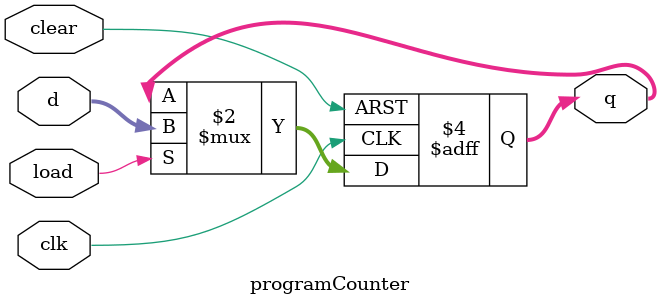
<source format=v>
/* Reiner Dizon
 * Simple 8-bit microprocessor (MP-8)
 * Program Counter Register Module
 */
module programCounter(
	input clk, clear, load,	// Clock, Clear, & Load Signal
	input [4:0] d,			// Data Input
	output reg [4:0] q		// Data Output
);
	always @(posedge clk, posedge clear)
		if(clear) q <= 0;
		else if(load) q <= d;
endmodule
</source>
